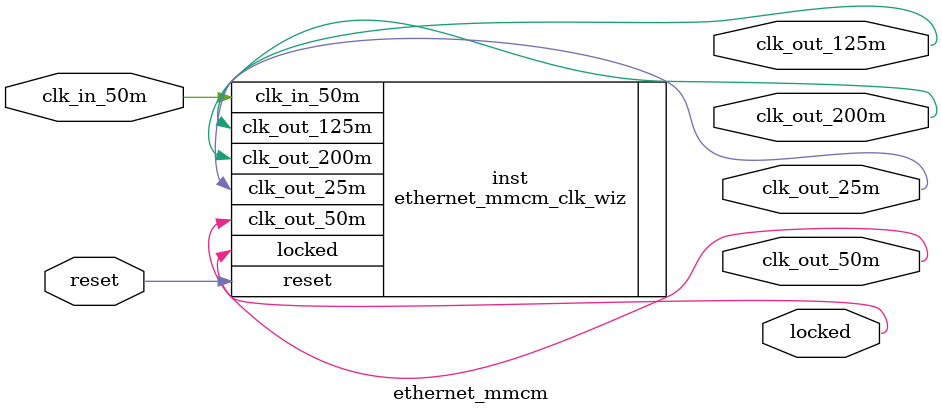
<source format=v>


`timescale 1ps/1ps

(* CORE_GENERATION_INFO = "ethernet_mmcm,clk_wiz_v6_0_2_0_0,{component_name=ethernet_mmcm,use_phase_alignment=true,use_min_o_jitter=false,use_max_i_jitter=false,use_dyn_phase_shift=false,use_inclk_switchover=false,use_dyn_reconfig=false,enable_axi=0,feedback_source=FDBK_AUTO,PRIMITIVE=MMCM,num_out_clk=4,clkin1_period=20.000,clkin2_period=10.0,use_power_down=false,use_reset=true,use_locked=true,use_inclk_stopped=false,feedback_type=SINGLE,CLOCK_MGR_TYPE=NA,manual_override=false}" *)

module ethernet_mmcm 
 (
  // Clock out ports
  output        clk_out_25m,
  output        clk_out_50m,
  output        clk_out_125m,
  output        clk_out_200m,
  // Status and control signals
  input         reset,
  output        locked,
 // Clock in ports
  input         clk_in_50m
 );

  ethernet_mmcm_clk_wiz inst
  (
  // Clock out ports  
  .clk_out_25m(clk_out_25m),
  .clk_out_50m(clk_out_50m),
  .clk_out_125m(clk_out_125m),
  .clk_out_200m(clk_out_200m),
  // Status and control signals               
  .reset(reset), 
  .locked(locked),
 // Clock in ports
  .clk_in_50m(clk_in_50m)
  );

endmodule

</source>
